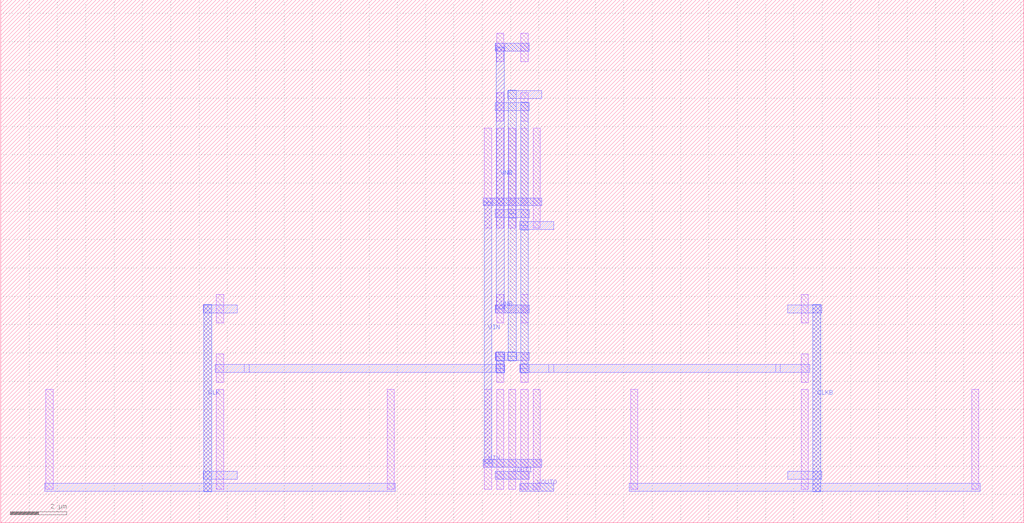
<source format=lef>
MACRO DCDC_XSW_NMOS
  ORIGIN 0 0 ;
  FOREIGN DCDC_XSW_NMOS 0 0 ;
  SIZE 36.12 BY 18.48 ;
  PIN VNB
    DIRECTION INOUT ;
    USE SIGNAL ;
    PORT 
      LAYER M2 ;
        RECT 17.46 16.66 18.66 16.94 ;
      LAYER M2 ;
        RECT 17.46 7.42 18.66 7.7 ;
      LAYER M2 ;
        RECT 17.47 16.66 17.79 16.94 ;
      LAYER M3 ;
        RECT 17.49 7.56 17.77 16.8 ;
      LAYER M2 ;
        RECT 17.47 7.42 17.79 7.7 ;
    END
  END VNB
  PIN VIN
    DIRECTION INOUT ;
    USE SIGNAL ;
    PORT 
      LAYER M2 ;
        RECT 17.03 11.2 19.09 11.48 ;
      LAYER M2 ;
        RECT 17.03 1.96 19.09 2.24 ;
      LAYER M2 ;
        RECT 17.04 11.2 17.36 11.48 ;
      LAYER M3 ;
        RECT 17.06 2.1 17.34 11.34 ;
      LAYER M2 ;
        RECT 17.04 1.96 17.36 2.24 ;
    END
  END VIN
  PIN VOUT0
    DIRECTION INOUT ;
    USE SIGNAL ;
    PORT 
      LAYER M2 ;
        RECT 18.32 1.12 19.52 1.4 ;
    END
  END VOUT0
  PIN VOUT1
    DIRECTION INOUT ;
    USE SIGNAL ;
    PORT 
      LAYER M2 ;
        RECT 17.46 1.54 18.66 1.82 ;
    END
  END VOUT1
  PIN CLKB
    DIRECTION INOUT ;
    USE SIGNAL ;
    PORT 
      LAYER M3 ;
        RECT 28.67 1.1 28.95 7.72 ;
    END
  END CLKB
  PIN CLK
    DIRECTION INOUT ;
    USE SIGNAL ;
    PORT 
      LAYER M3 ;
        RECT 7.17 1.1 7.45 7.72 ;
    END
  END CLK
  OBS 
  LAYER M3 ;
        RECT 18.35 10.34 18.63 14.86 ;
  LAYER M2 ;
        RECT 18.32 5.32 19.52 5.6 ;
  LAYER M2 ;
        RECT 27.35 5.32 28.55 5.6 ;
  LAYER M3 ;
        RECT 18.35 5.46 18.63 10.5 ;
  LAYER M2 ;
        RECT 18.33 5.32 18.65 5.6 ;
  LAYER M2 ;
        RECT 19.35 5.32 27.52 5.6 ;
  LAYER M2 ;
        RECT 18.33 5.32 18.65 5.6 ;
  LAYER M3 ;
        RECT 18.35 5.3 18.63 5.62 ;
  LAYER M2 ;
        RECT 18.33 5.32 18.65 5.6 ;
  LAYER M3 ;
        RECT 18.35 5.3 18.63 5.62 ;
  LAYER M2 ;
        RECT 18.33 5.32 18.65 5.6 ;
  LAYER M3 ;
        RECT 18.35 5.3 18.63 5.62 ;
  LAYER M2 ;
        RECT 18.33 5.32 18.65 5.6 ;
  LAYER M3 ;
        RECT 18.35 5.3 18.63 5.62 ;
  LAYER M3 ;
        RECT 17.92 10.76 18.2 15.28 ;
  LAYER M2 ;
        RECT 17.46 5.74 18.66 6.02 ;
  LAYER M2 ;
        RECT 7.57 5.32 8.77 5.6 ;
  LAYER M3 ;
        RECT 17.92 5.88 18.2 10.92 ;
  LAYER M2 ;
        RECT 17.9 5.74 18.22 6.02 ;
  LAYER M2 ;
        RECT 17.47 5.74 17.79 6.02 ;
  LAYER M3 ;
        RECT 17.49 5.46 17.77 5.88 ;
  LAYER M2 ;
        RECT 8.6 5.32 17.63 5.6 ;
  LAYER M2 ;
        RECT 17.9 5.74 18.22 6.02 ;
  LAYER M3 ;
        RECT 17.92 5.72 18.2 6.04 ;
  LAYER M2 ;
        RECT 17.9 5.74 18.22 6.02 ;
  LAYER M3 ;
        RECT 17.92 5.72 18.2 6.04 ;
  LAYER M2 ;
        RECT 17.47 5.32 17.79 5.6 ;
  LAYER M3 ;
        RECT 17.49 5.3 17.77 5.62 ;
  LAYER M2 ;
        RECT 17.47 5.74 17.79 6.02 ;
  LAYER M3 ;
        RECT 17.49 5.72 17.77 6.04 ;
  LAYER M2 ;
        RECT 17.9 5.74 18.22 6.02 ;
  LAYER M3 ;
        RECT 17.92 5.72 18.2 6.04 ;
  LAYER M2 ;
        RECT 17.47 5.32 17.79 5.6 ;
  LAYER M3 ;
        RECT 17.49 5.3 17.77 5.62 ;
  LAYER M2 ;
        RECT 17.47 5.74 17.79 6.02 ;
  LAYER M3 ;
        RECT 17.49 5.72 17.77 6.04 ;
  LAYER M2 ;
        RECT 17.9 5.74 18.22 6.02 ;
  LAYER M3 ;
        RECT 17.92 5.72 18.2 6.04 ;
  LAYER M1 ;
        RECT 18.365 10.415 18.615 13.945 ;
  LAYER M1 ;
        RECT 18.365 14.195 18.615 15.205 ;
  LAYER M1 ;
        RECT 18.365 16.295 18.615 17.305 ;
  LAYER M1 ;
        RECT 18.795 10.415 19.045 13.945 ;
  LAYER M1 ;
        RECT 17.935 10.415 18.185 13.945 ;
  LAYER M1 ;
        RECT 17.505 10.415 17.755 13.945 ;
  LAYER M1 ;
        RECT 17.505 14.195 17.755 15.205 ;
  LAYER M1 ;
        RECT 17.505 16.295 17.755 17.305 ;
  LAYER M1 ;
        RECT 17.075 10.415 17.325 13.945 ;
  LAYER M2 ;
        RECT 17.46 14.56 18.66 14.84 ;
  LAYER M2 ;
        RECT 18.32 10.36 19.52 10.64 ;
  LAYER M2 ;
        RECT 17.89 14.98 19.09 15.26 ;
  LAYER M2 ;
        RECT 17.46 10.78 18.66 11.06 ;
  LAYER M2 ;
        RECT 17.46 16.66 18.66 16.94 ;
  LAYER M3 ;
        RECT 18.35 10.34 18.63 14.86 ;
  LAYER M3 ;
        RECT 17.92 10.76 18.2 15.28 ;
  LAYER M2 ;
        RECT 17.03 11.2 19.09 11.48 ;
  LAYER M1 ;
        RECT 18.365 1.175 18.615 4.705 ;
  LAYER M1 ;
        RECT 18.365 4.955 18.615 5.965 ;
  LAYER M1 ;
        RECT 18.365 7.055 18.615 8.065 ;
  LAYER M1 ;
        RECT 18.795 1.175 19.045 4.705 ;
  LAYER M1 ;
        RECT 17.935 1.175 18.185 4.705 ;
  LAYER M1 ;
        RECT 17.505 1.175 17.755 4.705 ;
  LAYER M1 ;
        RECT 17.505 4.955 17.755 5.965 ;
  LAYER M1 ;
        RECT 17.505 7.055 17.755 8.065 ;
  LAYER M1 ;
        RECT 17.075 1.175 17.325 4.705 ;
  LAYER M2 ;
        RECT 17.46 7.42 18.66 7.7 ;
  LAYER M2 ;
        RECT 18.32 1.12 19.52 1.4 ;
  LAYER M2 ;
        RECT 17.46 1.54 18.66 1.82 ;
  LAYER M2 ;
        RECT 18.32 5.32 19.52 5.6 ;
  LAYER M2 ;
        RECT 17.46 5.74 18.66 6.02 ;
  LAYER M2 ;
        RECT 17.03 1.96 19.09 2.24 ;
  LAYER M1 ;
        RECT 28.255 1.175 28.505 4.705 ;
  LAYER M1 ;
        RECT 28.255 4.955 28.505 5.965 ;
  LAYER M1 ;
        RECT 28.255 7.055 28.505 8.065 ;
  LAYER M1 ;
        RECT 22.235 1.175 22.485 4.705 ;
  LAYER M1 ;
        RECT 34.275 1.175 34.525 4.705 ;
  LAYER M2 ;
        RECT 22.19 1.12 34.57 1.4 ;
  LAYER M2 ;
        RECT 27.78 7.42 28.98 7.7 ;
  LAYER M2 ;
        RECT 27.78 1.54 28.98 1.82 ;
  LAYER M2 ;
        RECT 27.35 5.32 28.55 5.6 ;
  LAYER M3 ;
        RECT 28.67 1.1 28.95 7.72 ;
  LAYER M1 ;
        RECT 7.615 1.175 7.865 4.705 ;
  LAYER M1 ;
        RECT 7.615 4.955 7.865 5.965 ;
  LAYER M1 ;
        RECT 7.615 7.055 7.865 8.065 ;
  LAYER M1 ;
        RECT 13.635 1.175 13.885 4.705 ;
  LAYER M1 ;
        RECT 1.595 1.175 1.845 4.705 ;
  LAYER M2 ;
        RECT 1.55 1.12 13.93 1.4 ;
  LAYER M2 ;
        RECT 7.14 7.42 8.34 7.7 ;
  LAYER M2 ;
        RECT 7.14 1.54 8.34 1.82 ;
  LAYER M2 ;
        RECT 7.57 5.32 8.77 5.6 ;
  LAYER M3 ;
        RECT 7.17 1.1 7.45 7.72 ;
  END 
END DCDC_XSW_NMOS

</source>
